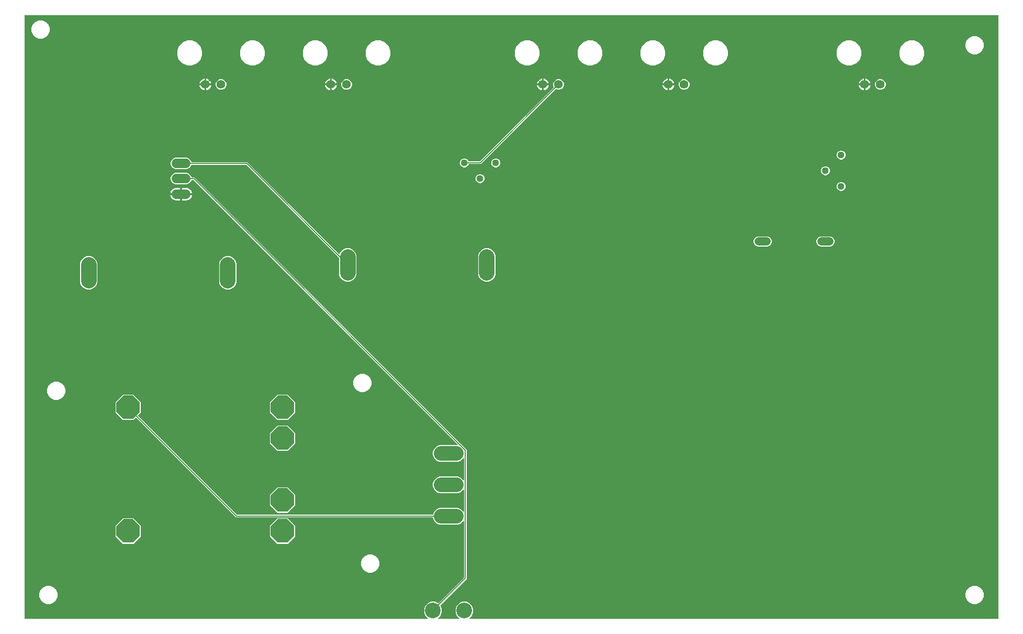
<source format=gbr>
G04 EAGLE Gerber RS-274X export*
G75*
%MOMM*%
%FSLAX34Y34*%
%LPD*%
%INBottom Copper*%
%IPPOS*%
%AMOC8*
5,1,8,0,0,1.08239X$1,22.5*%
G01*
%ADD10C,1.320800*%
%ADD11C,2.540000*%
%ADD12C,1.117600*%
%ADD13C,2.400300*%
%ADD14C,2.540000*%
%ADD15C,1.524000*%
%ADD16P,4.123906X8X22.500000*%
%ADD17C,1.408000*%
%ADD18C,0.152400*%

G36*
X664677Y11950D02*
X664677Y11950D01*
X664749Y11952D01*
X664798Y11970D01*
X664849Y11979D01*
X664913Y12012D01*
X664980Y12037D01*
X665021Y12069D01*
X665067Y12094D01*
X665116Y12146D01*
X665172Y12190D01*
X665200Y12234D01*
X665236Y12272D01*
X665266Y12337D01*
X665305Y12397D01*
X665318Y12448D01*
X665340Y12495D01*
X665348Y12566D01*
X665365Y12636D01*
X665361Y12688D01*
X665367Y12739D01*
X665352Y12810D01*
X665346Y12881D01*
X665326Y12929D01*
X665315Y12980D01*
X665278Y13041D01*
X665250Y13107D01*
X665205Y13163D01*
X665188Y13191D01*
X665171Y13206D01*
X665145Y13238D01*
X661041Y17342D01*
X658875Y22571D01*
X658875Y28229D01*
X661041Y33458D01*
X665042Y37459D01*
X670271Y39625D01*
X675929Y39625D01*
X681231Y37429D01*
X681344Y37402D01*
X681458Y37374D01*
X681464Y37374D01*
X681470Y37373D01*
X681587Y37384D01*
X681703Y37393D01*
X681709Y37395D01*
X681715Y37396D01*
X681822Y37444D01*
X681929Y37489D01*
X681935Y37494D01*
X681940Y37496D01*
X681953Y37509D01*
X682060Y37594D01*
X722914Y78448D01*
X722967Y78522D01*
X723027Y78592D01*
X723039Y78622D01*
X723058Y78648D01*
X723085Y78735D01*
X723119Y78820D01*
X723123Y78861D01*
X723130Y78883D01*
X723129Y78915D01*
X723137Y78987D01*
X723137Y169469D01*
X723126Y169540D01*
X723124Y169611D01*
X723106Y169660D01*
X723098Y169712D01*
X723064Y169775D01*
X723039Y169842D01*
X723007Y169883D01*
X722982Y169929D01*
X722930Y169978D01*
X722886Y170034D01*
X722842Y170063D01*
X722804Y170098D01*
X722739Y170129D01*
X722679Y170167D01*
X722628Y170180D01*
X722581Y170202D01*
X722510Y170210D01*
X722440Y170228D01*
X722388Y170223D01*
X722337Y170229D01*
X722266Y170214D01*
X722195Y170208D01*
X722147Y170188D01*
X722096Y170177D01*
X722035Y170140D01*
X721969Y170112D01*
X721913Y170067D01*
X721885Y170051D01*
X721870Y170033D01*
X721838Y170007D01*
X718164Y166333D01*
X713192Y164274D01*
X683808Y164274D01*
X678836Y166333D01*
X675032Y170138D01*
X672972Y175109D01*
X672972Y175260D01*
X672969Y175280D01*
X672971Y175299D01*
X672949Y175401D01*
X672933Y175503D01*
X672923Y175520D01*
X672919Y175540D01*
X672866Y175629D01*
X672817Y175720D01*
X672803Y175734D01*
X672793Y175751D01*
X672714Y175818D01*
X672639Y175890D01*
X672621Y175898D01*
X672606Y175911D01*
X672510Y175950D01*
X672416Y175993D01*
X672396Y175995D01*
X672378Y176003D01*
X672211Y176021D01*
X354145Y176021D01*
X193048Y337118D01*
X193032Y337130D01*
X193019Y337145D01*
X192932Y337202D01*
X192848Y337262D01*
X192829Y337268D01*
X192812Y337278D01*
X192712Y337304D01*
X192613Y337334D01*
X192593Y337334D01*
X192574Y337338D01*
X192471Y337330D01*
X192367Y337328D01*
X192348Y337321D01*
X192329Y337319D01*
X192234Y337279D01*
X192136Y337243D01*
X192120Y337231D01*
X192102Y337223D01*
X191971Y337118D01*
X188354Y333501D01*
X171310Y333501D01*
X159257Y345554D01*
X159257Y362598D01*
X171310Y374651D01*
X188354Y374651D01*
X200407Y362598D01*
X200407Y345554D01*
X196282Y341429D01*
X196270Y341413D01*
X196255Y341400D01*
X196198Y341313D01*
X196138Y341229D01*
X196132Y341210D01*
X196122Y341193D01*
X196096Y341093D01*
X196066Y340994D01*
X196066Y340974D01*
X196062Y340955D01*
X196070Y340852D01*
X196072Y340748D01*
X196079Y340729D01*
X196081Y340709D01*
X196121Y340615D01*
X196157Y340517D01*
X196169Y340501D01*
X196177Y340483D01*
X196282Y340352D01*
X355816Y180818D01*
X355890Y180765D01*
X355960Y180705D01*
X355990Y180693D01*
X356016Y180674D01*
X356103Y180647D01*
X356188Y180613D01*
X356229Y180609D01*
X356251Y180602D01*
X356283Y180603D01*
X356355Y180595D01*
X672507Y180595D01*
X672622Y180614D01*
X672738Y180631D01*
X672743Y180633D01*
X672750Y180634D01*
X672852Y180689D01*
X672957Y180742D01*
X672961Y180747D01*
X672967Y180750D01*
X673047Y180834D01*
X673129Y180918D01*
X673133Y180924D01*
X673136Y180928D01*
X673144Y180945D01*
X673210Y181065D01*
X675032Y185462D01*
X678836Y189267D01*
X683808Y191326D01*
X713192Y191326D01*
X718164Y189267D01*
X721838Y185593D01*
X721896Y185551D01*
X721948Y185502D01*
X721995Y185480D01*
X722037Y185449D01*
X722106Y185428D01*
X722171Y185398D01*
X722223Y185392D01*
X722273Y185377D01*
X722344Y185379D01*
X722415Y185371D01*
X722466Y185382D01*
X722518Y185383D01*
X722586Y185408D01*
X722656Y185423D01*
X722701Y185450D01*
X722749Y185468D01*
X722805Y185513D01*
X722867Y185549D01*
X722901Y185589D01*
X722941Y185621D01*
X722980Y185682D01*
X723027Y185736D01*
X723046Y185784D01*
X723074Y185828D01*
X723092Y185898D01*
X723119Y185964D01*
X723127Y186036D01*
X723135Y186067D01*
X723133Y186090D01*
X723137Y186131D01*
X723137Y220269D01*
X723126Y220340D01*
X723124Y220411D01*
X723106Y220460D01*
X723098Y220512D01*
X723064Y220575D01*
X723039Y220642D01*
X723007Y220683D01*
X722982Y220729D01*
X722930Y220778D01*
X722886Y220834D01*
X722842Y220863D01*
X722804Y220898D01*
X722739Y220929D01*
X722679Y220967D01*
X722628Y220980D01*
X722581Y221002D01*
X722510Y221010D01*
X722440Y221028D01*
X722388Y221023D01*
X722337Y221029D01*
X722266Y221014D01*
X722195Y221008D01*
X722147Y220988D01*
X722096Y220977D01*
X722035Y220940D01*
X721969Y220912D01*
X721913Y220867D01*
X721885Y220851D01*
X721870Y220833D01*
X721838Y220807D01*
X718164Y217133D01*
X713192Y215074D01*
X683808Y215074D01*
X678836Y217133D01*
X675032Y220938D01*
X672972Y225909D01*
X672972Y231291D01*
X675032Y236262D01*
X678836Y240067D01*
X683808Y242126D01*
X713192Y242126D01*
X718164Y240067D01*
X721838Y236393D01*
X721896Y236351D01*
X721948Y236302D01*
X721995Y236280D01*
X722037Y236249D01*
X722106Y236228D01*
X722171Y236198D01*
X722223Y236192D01*
X722273Y236177D01*
X722344Y236179D01*
X722415Y236171D01*
X722466Y236182D01*
X722518Y236183D01*
X722586Y236208D01*
X722656Y236223D01*
X722701Y236250D01*
X722749Y236268D01*
X722805Y236313D01*
X722867Y236349D01*
X722901Y236389D01*
X722941Y236421D01*
X722980Y236482D01*
X723027Y236536D01*
X723046Y236584D01*
X723074Y236628D01*
X723092Y236698D01*
X723119Y236764D01*
X723127Y236836D01*
X723135Y236867D01*
X723133Y236890D01*
X723137Y236931D01*
X723137Y271069D01*
X723126Y271140D01*
X723124Y271211D01*
X723106Y271260D01*
X723098Y271312D01*
X723064Y271375D01*
X723039Y271442D01*
X723007Y271483D01*
X722982Y271529D01*
X722930Y271578D01*
X722886Y271634D01*
X722842Y271663D01*
X722804Y271698D01*
X722739Y271729D01*
X722679Y271767D01*
X722628Y271780D01*
X722581Y271802D01*
X722510Y271810D01*
X722440Y271828D01*
X722388Y271823D01*
X722337Y271829D01*
X722266Y271814D01*
X722195Y271808D01*
X722147Y271788D01*
X722096Y271777D01*
X722035Y271740D01*
X721969Y271712D01*
X721913Y271667D01*
X721885Y271651D01*
X721870Y271633D01*
X721838Y271607D01*
X718164Y267933D01*
X713192Y265874D01*
X683808Y265874D01*
X678836Y267933D01*
X675032Y271738D01*
X672972Y276709D01*
X672972Y282091D01*
X675032Y287062D01*
X678836Y290867D01*
X683808Y292926D01*
X712414Y292926D01*
X712485Y292938D01*
X712556Y292940D01*
X712605Y292958D01*
X712657Y292966D01*
X712720Y293000D01*
X712787Y293024D01*
X712828Y293057D01*
X712874Y293081D01*
X712924Y293133D01*
X712980Y293178D01*
X713008Y293222D01*
X713044Y293259D01*
X713074Y293324D01*
X713113Y293385D01*
X713125Y293435D01*
X713147Y293482D01*
X713155Y293554D01*
X713173Y293623D01*
X713169Y293675D01*
X713174Y293727D01*
X713159Y293797D01*
X713153Y293868D01*
X713133Y293916D01*
X713122Y293967D01*
X713085Y294029D01*
X713057Y294095D01*
X713012Y294151D01*
X712996Y294178D01*
X712978Y294194D01*
X712952Y294226D01*
X285788Y721390D01*
X285714Y721443D01*
X285644Y721503D01*
X285614Y721515D01*
X285588Y721534D01*
X285501Y721561D01*
X285416Y721595D01*
X285375Y721599D01*
X285353Y721606D01*
X285321Y721605D01*
X285249Y721613D01*
X282780Y721613D01*
X282665Y721594D01*
X282549Y721577D01*
X282543Y721575D01*
X282537Y721574D01*
X282434Y721519D01*
X282329Y721466D01*
X282325Y721461D01*
X282320Y721458D01*
X282240Y721374D01*
X282157Y721290D01*
X282154Y721284D01*
X282150Y721280D01*
X282142Y721263D01*
X282076Y721143D01*
X281073Y718720D01*
X278500Y716147D01*
X275139Y714755D01*
X256261Y714755D01*
X252900Y716147D01*
X250327Y718720D01*
X248935Y722081D01*
X248935Y725719D01*
X250327Y729080D01*
X252900Y731653D01*
X256261Y733045D01*
X275139Y733045D01*
X278500Y731653D01*
X281073Y729080D01*
X282076Y726657D01*
X282138Y726557D01*
X282198Y726457D01*
X282203Y726453D01*
X282206Y726448D01*
X282296Y726373D01*
X282385Y726297D01*
X282391Y726295D01*
X282395Y726291D01*
X282504Y726249D01*
X282613Y726205D01*
X282620Y726204D01*
X282625Y726203D01*
X282643Y726202D01*
X282780Y726187D01*
X287459Y726187D01*
X727711Y285935D01*
X727711Y76777D01*
X685294Y34360D01*
X685226Y34266D01*
X685156Y34171D01*
X685154Y34165D01*
X685150Y34160D01*
X685116Y34050D01*
X685080Y33938D01*
X685080Y33931D01*
X685078Y33925D01*
X685081Y33809D01*
X685082Y33692D01*
X685084Y33684D01*
X685084Y33679D01*
X685091Y33662D01*
X685129Y33531D01*
X687325Y28229D01*
X687325Y22571D01*
X685159Y17342D01*
X681055Y13238D01*
X681013Y13180D01*
X680964Y13128D01*
X680942Y13081D01*
X680912Y13039D01*
X680890Y12970D01*
X680860Y12905D01*
X680855Y12853D01*
X680839Y12803D01*
X680841Y12732D01*
X680833Y12661D01*
X680844Y12610D01*
X680846Y12558D01*
X680870Y12490D01*
X680885Y12420D01*
X680912Y12376D01*
X680930Y12327D01*
X680975Y12271D01*
X681012Y12209D01*
X681051Y12175D01*
X681084Y12135D01*
X681144Y12096D01*
X681199Y12049D01*
X681247Y12030D01*
X681291Y12002D01*
X681360Y11984D01*
X681427Y11957D01*
X681498Y11949D01*
X681529Y11941D01*
X681552Y11943D01*
X681593Y11939D01*
X715407Y11939D01*
X715477Y11950D01*
X715549Y11952D01*
X715598Y11970D01*
X715649Y11979D01*
X715713Y12012D01*
X715780Y12037D01*
X715821Y12069D01*
X715867Y12094D01*
X715916Y12146D01*
X715972Y12190D01*
X716000Y12234D01*
X716036Y12272D01*
X716066Y12337D01*
X716105Y12397D01*
X716118Y12448D01*
X716140Y12495D01*
X716148Y12566D01*
X716165Y12636D01*
X716161Y12688D01*
X716167Y12739D01*
X716152Y12810D01*
X716146Y12881D01*
X716126Y12929D01*
X716115Y12980D01*
X716078Y13041D01*
X716050Y13107D01*
X716005Y13163D01*
X715988Y13191D01*
X715971Y13206D01*
X715945Y13238D01*
X711841Y17342D01*
X709675Y22571D01*
X709675Y28229D01*
X711841Y33458D01*
X715842Y37459D01*
X721071Y39625D01*
X726729Y39625D01*
X731958Y37459D01*
X735959Y33458D01*
X738125Y28229D01*
X738125Y22571D01*
X735959Y17342D01*
X731855Y13238D01*
X731813Y13180D01*
X731764Y13128D01*
X731742Y13081D01*
X731712Y13039D01*
X731690Y12970D01*
X731660Y12905D01*
X731655Y12853D01*
X731639Y12803D01*
X731641Y12732D01*
X731633Y12661D01*
X731644Y12610D01*
X731646Y12558D01*
X731670Y12490D01*
X731685Y12420D01*
X731712Y12376D01*
X731730Y12327D01*
X731775Y12271D01*
X731812Y12209D01*
X731851Y12175D01*
X731884Y12135D01*
X731944Y12096D01*
X731999Y12049D01*
X732047Y12030D01*
X732091Y12002D01*
X732160Y11984D01*
X732227Y11957D01*
X732298Y11949D01*
X732329Y11941D01*
X732352Y11943D01*
X732393Y11939D01*
X1587500Y11939D01*
X1587520Y11942D01*
X1587539Y11940D01*
X1587641Y11962D01*
X1587743Y11979D01*
X1587760Y11988D01*
X1587780Y11992D01*
X1587869Y12045D01*
X1587960Y12094D01*
X1587974Y12108D01*
X1587991Y12118D01*
X1588058Y12197D01*
X1588130Y12272D01*
X1588138Y12290D01*
X1588151Y12305D01*
X1588190Y12401D01*
X1588233Y12495D01*
X1588235Y12515D01*
X1588243Y12533D01*
X1588261Y12700D01*
X1588261Y987808D01*
X1588258Y987828D01*
X1588260Y987847D01*
X1588238Y987949D01*
X1588221Y988051D01*
X1588212Y988068D01*
X1588208Y988088D01*
X1588155Y988177D01*
X1588106Y988268D01*
X1588092Y988282D01*
X1588082Y988299D01*
X1588003Y988366D01*
X1587928Y988438D01*
X1587910Y988446D01*
X1587895Y988459D01*
X1587799Y988498D01*
X1587705Y988541D01*
X1587685Y988543D01*
X1587667Y988551D01*
X1587500Y988569D01*
X12700Y988569D01*
X12680Y988566D01*
X12661Y988568D01*
X12559Y988546D01*
X12457Y988530D01*
X12440Y988520D01*
X12420Y988516D01*
X12331Y988463D01*
X12240Y988414D01*
X12226Y988400D01*
X12209Y988390D01*
X12142Y988311D01*
X12070Y988236D01*
X12062Y988218D01*
X12049Y988203D01*
X12010Y988107D01*
X11967Y988013D01*
X11965Y987993D01*
X11957Y987975D01*
X11939Y987808D01*
X11939Y12700D01*
X11942Y12680D01*
X11940Y12661D01*
X11962Y12559D01*
X11979Y12457D01*
X11988Y12440D01*
X11992Y12420D01*
X12045Y12331D01*
X12094Y12240D01*
X12108Y12226D01*
X12118Y12209D01*
X12197Y12142D01*
X12272Y12071D01*
X12290Y12062D01*
X12305Y12049D01*
X12401Y12010D01*
X12495Y11967D01*
X12515Y11965D01*
X12533Y11957D01*
X12700Y11939D01*
X664607Y11939D01*
X664677Y11950D01*
G37*
%LPC*%
G36*
X532349Y557275D02*
X532349Y557275D01*
X527120Y559441D01*
X523119Y563442D01*
X520953Y568671D01*
X520953Y595637D01*
X520939Y595728D01*
X520931Y595818D01*
X520919Y595848D01*
X520914Y595880D01*
X520871Y595961D01*
X520835Y596045D01*
X520809Y596077D01*
X520798Y596098D01*
X520775Y596120D01*
X520730Y596176D01*
X371132Y745774D01*
X371058Y745827D01*
X370988Y745887D01*
X370958Y745899D01*
X370932Y745918D01*
X370845Y745945D01*
X370760Y745979D01*
X370719Y745983D01*
X370697Y745990D01*
X370665Y745989D01*
X370593Y745997D01*
X282524Y745997D01*
X282410Y745978D01*
X282294Y745961D01*
X282288Y745959D01*
X282282Y745958D01*
X282179Y745903D01*
X282074Y745850D01*
X282070Y745845D01*
X282064Y745842D01*
X281985Y745758D01*
X281902Y745674D01*
X281898Y745668D01*
X281895Y745664D01*
X281887Y745647D01*
X281821Y745527D01*
X281073Y743720D01*
X278500Y741147D01*
X275139Y739755D01*
X256261Y739755D01*
X252900Y741147D01*
X250327Y743720D01*
X248935Y747081D01*
X248935Y750719D01*
X250327Y754080D01*
X252900Y756653D01*
X256261Y758045D01*
X275139Y758045D01*
X278500Y756653D01*
X281073Y754080D01*
X282331Y751041D01*
X282393Y750941D01*
X282453Y750841D01*
X282458Y750837D01*
X282461Y750832D01*
X282551Y750757D01*
X282640Y750681D01*
X282646Y750679D01*
X282651Y750675D01*
X282759Y750633D01*
X282868Y750589D01*
X282876Y750588D01*
X282880Y750587D01*
X282898Y750586D01*
X283035Y750571D01*
X372803Y750571D01*
X520936Y602438D01*
X520973Y602411D01*
X521004Y602377D01*
X521073Y602340D01*
X521136Y602294D01*
X521179Y602281D01*
X521220Y602259D01*
X521296Y602245D01*
X521371Y602222D01*
X521417Y602223D01*
X521462Y602215D01*
X521539Y602226D01*
X521617Y602228D01*
X521660Y602244D01*
X521705Y602251D01*
X521774Y602286D01*
X521848Y602313D01*
X521883Y602342D01*
X521924Y602362D01*
X521979Y602418D01*
X522040Y602467D01*
X522064Y602505D01*
X522097Y602538D01*
X522163Y602658D01*
X522173Y602674D01*
X522174Y602678D01*
X522177Y602685D01*
X523119Y604958D01*
X527120Y608959D01*
X532349Y611125D01*
X538007Y611125D01*
X543236Y608959D01*
X547237Y604958D01*
X549403Y599729D01*
X549403Y568671D01*
X547237Y563442D01*
X543236Y559441D01*
X538007Y557275D01*
X532349Y557275D01*
G37*
%LPD*%
%LPC*%
G36*
X421246Y333501D02*
X421246Y333501D01*
X409193Y345554D01*
X409193Y362598D01*
X421246Y374651D01*
X438290Y374651D01*
X450343Y362598D01*
X450343Y345554D01*
X438290Y333501D01*
X421246Y333501D01*
G37*
%LPD*%
%LPC*%
G36*
X421246Y283463D02*
X421246Y283463D01*
X409193Y295516D01*
X409193Y312560D01*
X421246Y324613D01*
X438290Y324613D01*
X450343Y312560D01*
X450343Y295516D01*
X438290Y283463D01*
X421246Y283463D01*
G37*
%LPD*%
%LPC*%
G36*
X421246Y183387D02*
X421246Y183387D01*
X409193Y195440D01*
X409193Y212484D01*
X421246Y224537D01*
X438290Y224537D01*
X450343Y212484D01*
X450343Y195440D01*
X438290Y183387D01*
X421246Y183387D01*
G37*
%LPD*%
%LPC*%
G36*
X421246Y133349D02*
X421246Y133349D01*
X409193Y145402D01*
X409193Y162446D01*
X421246Y174499D01*
X438290Y174499D01*
X450343Y162446D01*
X450343Y145402D01*
X438290Y133349D01*
X421246Y133349D01*
G37*
%LPD*%
%LPC*%
G36*
X171310Y133349D02*
X171310Y133349D01*
X159257Y145402D01*
X159257Y162446D01*
X171310Y174499D01*
X188354Y174499D01*
X200407Y162446D01*
X200407Y145402D01*
X188354Y133349D01*
X171310Y133349D01*
G37*
%LPD*%
%LPC*%
G36*
X113249Y544575D02*
X113249Y544575D01*
X108020Y546741D01*
X104019Y550742D01*
X101853Y555971D01*
X101853Y587029D01*
X104019Y592258D01*
X108020Y596259D01*
X113249Y598425D01*
X118907Y598425D01*
X124136Y596259D01*
X128137Y592258D01*
X130303Y587029D01*
X130303Y555971D01*
X128137Y550742D01*
X124136Y546741D01*
X118907Y544575D01*
X113249Y544575D01*
G37*
%LPD*%
%LPC*%
G36*
X338293Y544575D02*
X338293Y544575D01*
X333064Y546741D01*
X329063Y550742D01*
X326897Y555971D01*
X326897Y587029D01*
X329063Y592258D01*
X333064Y596259D01*
X338293Y598425D01*
X343951Y598425D01*
X349180Y596259D01*
X353181Y592258D01*
X355347Y587029D01*
X355347Y555971D01*
X353181Y550742D01*
X349180Y546741D01*
X343951Y544575D01*
X338293Y544575D01*
G37*
%LPD*%
%LPC*%
G36*
X757393Y557275D02*
X757393Y557275D01*
X752164Y559441D01*
X748163Y563442D01*
X745997Y568671D01*
X745997Y599729D01*
X748163Y604958D01*
X752164Y608959D01*
X757393Y611125D01*
X763051Y611125D01*
X768280Y608959D01*
X772281Y604958D01*
X774447Y599729D01*
X774447Y568671D01*
X772281Y563442D01*
X768280Y559441D01*
X763051Y557275D01*
X757393Y557275D01*
G37*
%LPD*%
%LPC*%
G36*
X275390Y906939D02*
X275390Y906939D01*
X267980Y910009D01*
X262309Y915680D01*
X259239Y923090D01*
X259239Y931110D01*
X262309Y938520D01*
X267980Y944191D01*
X275390Y947261D01*
X283410Y947261D01*
X290820Y944191D01*
X296491Y938520D01*
X299561Y931110D01*
X299561Y923090D01*
X296491Y915680D01*
X290820Y910009D01*
X283410Y906939D01*
X275390Y906939D01*
G37*
%LPD*%
%LPC*%
G36*
X478590Y906939D02*
X478590Y906939D01*
X471180Y910009D01*
X465509Y915680D01*
X462439Y923090D01*
X462439Y931110D01*
X465509Y938520D01*
X471180Y944191D01*
X478590Y947261D01*
X486610Y947261D01*
X494020Y944191D01*
X499691Y938520D01*
X502761Y931110D01*
X502761Y923090D01*
X499691Y915680D01*
X494020Y910009D01*
X486610Y906939D01*
X478590Y906939D01*
G37*
%LPD*%
%LPC*%
G36*
X580190Y906939D02*
X580190Y906939D01*
X572780Y910009D01*
X567109Y915680D01*
X564039Y923090D01*
X564039Y931110D01*
X567109Y938520D01*
X572780Y944191D01*
X580190Y947261D01*
X588210Y947261D01*
X595620Y944191D01*
X601291Y938520D01*
X604361Y931110D01*
X604361Y923090D01*
X601291Y915680D01*
X595620Y910009D01*
X588210Y906939D01*
X580190Y906939D01*
G37*
%LPD*%
%LPC*%
G36*
X821490Y906939D02*
X821490Y906939D01*
X814080Y910009D01*
X808409Y915680D01*
X805339Y923090D01*
X805339Y931110D01*
X808409Y938520D01*
X814080Y944191D01*
X821490Y947261D01*
X829510Y947261D01*
X836920Y944191D01*
X842591Y938520D01*
X845661Y931110D01*
X845661Y923090D01*
X842591Y915680D01*
X836920Y910009D01*
X829510Y906939D01*
X821490Y906939D01*
G37*
%LPD*%
%LPC*%
G36*
X923090Y906939D02*
X923090Y906939D01*
X915680Y910009D01*
X910009Y915680D01*
X906939Y923090D01*
X906939Y931110D01*
X910009Y938520D01*
X915680Y944191D01*
X923090Y947261D01*
X931110Y947261D01*
X938520Y944191D01*
X944191Y938520D01*
X947261Y931110D01*
X947261Y923090D01*
X944191Y915680D01*
X938520Y910009D01*
X931110Y906939D01*
X923090Y906939D01*
G37*
%LPD*%
%LPC*%
G36*
X1024690Y906939D02*
X1024690Y906939D01*
X1017280Y910009D01*
X1011609Y915680D01*
X1008539Y923090D01*
X1008539Y931110D01*
X1011609Y938520D01*
X1017280Y944191D01*
X1024690Y947261D01*
X1032710Y947261D01*
X1040120Y944191D01*
X1045791Y938520D01*
X1048861Y931110D01*
X1048861Y923090D01*
X1045791Y915680D01*
X1040120Y910009D01*
X1032710Y906939D01*
X1024690Y906939D01*
G37*
%LPD*%
%LPC*%
G36*
X1126290Y906939D02*
X1126290Y906939D01*
X1118880Y910009D01*
X1113209Y915680D01*
X1110139Y923090D01*
X1110139Y931110D01*
X1113209Y938520D01*
X1118880Y944191D01*
X1126290Y947261D01*
X1134310Y947261D01*
X1141720Y944191D01*
X1147391Y938520D01*
X1150461Y931110D01*
X1150461Y923090D01*
X1147391Y915680D01*
X1141720Y910009D01*
X1134310Y906939D01*
X1126290Y906939D01*
G37*
%LPD*%
%LPC*%
G36*
X1342190Y906939D02*
X1342190Y906939D01*
X1334780Y910009D01*
X1329109Y915680D01*
X1326039Y923090D01*
X1326039Y931110D01*
X1329109Y938520D01*
X1334780Y944191D01*
X1342190Y947261D01*
X1350210Y947261D01*
X1357620Y944191D01*
X1363291Y938520D01*
X1366361Y931110D01*
X1366361Y923090D01*
X1363291Y915680D01*
X1357620Y910009D01*
X1350210Y906939D01*
X1342190Y906939D01*
G37*
%LPD*%
%LPC*%
G36*
X1443790Y906939D02*
X1443790Y906939D01*
X1436380Y910009D01*
X1430709Y915680D01*
X1427639Y923090D01*
X1427639Y931110D01*
X1430709Y938520D01*
X1436380Y944191D01*
X1443790Y947261D01*
X1451810Y947261D01*
X1459220Y944191D01*
X1464891Y938520D01*
X1467961Y931110D01*
X1467961Y923090D01*
X1464891Y915680D01*
X1459220Y910009D01*
X1451810Y906939D01*
X1443790Y906939D01*
G37*
%LPD*%
%LPC*%
G36*
X376990Y906939D02*
X376990Y906939D01*
X369580Y910009D01*
X363909Y915680D01*
X360839Y923090D01*
X360839Y931110D01*
X363909Y938520D01*
X369580Y944191D01*
X376990Y947261D01*
X385010Y947261D01*
X392420Y944191D01*
X398091Y938520D01*
X401161Y931110D01*
X401161Y923090D01*
X398091Y915680D01*
X392420Y910009D01*
X385010Y906939D01*
X376990Y906939D01*
G37*
%LPD*%
%LPC*%
G36*
X722485Y742187D02*
X722485Y742187D01*
X719871Y743270D01*
X717870Y745271D01*
X716787Y747885D01*
X716787Y750715D01*
X717870Y753329D01*
X719871Y755330D01*
X722485Y756413D01*
X725315Y756413D01*
X727929Y755330D01*
X729930Y753329D01*
X730246Y752565D01*
X730308Y752465D01*
X730368Y752365D01*
X730373Y752361D01*
X730376Y752356D01*
X730466Y752281D01*
X730555Y752205D01*
X730561Y752203D01*
X730566Y752199D01*
X730674Y752157D01*
X730783Y752113D01*
X730791Y752112D01*
X730795Y752111D01*
X730813Y752110D01*
X730950Y752095D01*
X748545Y752095D01*
X748636Y752109D01*
X748726Y752117D01*
X748756Y752129D01*
X748788Y752134D01*
X748869Y752177D01*
X748953Y752213D01*
X748985Y752239D01*
X749006Y752250D01*
X749028Y752273D01*
X749084Y752318D01*
X868438Y871672D01*
X868506Y871767D01*
X868576Y871861D01*
X868578Y871867D01*
X868582Y871872D01*
X868616Y871983D01*
X868652Y872094D01*
X868652Y872101D01*
X868654Y872107D01*
X868651Y872223D01*
X868650Y872340D01*
X868648Y872348D01*
X868648Y872353D01*
X868641Y872370D01*
X868603Y872501D01*
X867735Y874596D01*
X867735Y878004D01*
X869039Y881152D01*
X871448Y883561D01*
X874596Y884865D01*
X878004Y884865D01*
X881152Y883561D01*
X883561Y881152D01*
X884865Y878004D01*
X884865Y874596D01*
X883561Y871448D01*
X881152Y869039D01*
X878004Y867735D01*
X874596Y867735D01*
X872501Y868603D01*
X872388Y868630D01*
X872274Y868658D01*
X872268Y868658D01*
X872262Y868659D01*
X872145Y868648D01*
X872029Y868639D01*
X872023Y868637D01*
X872017Y868636D01*
X871910Y868588D01*
X871803Y868543D01*
X871797Y868538D01*
X871792Y868536D01*
X871779Y868523D01*
X871672Y868438D01*
X750755Y747521D01*
X731371Y747521D01*
X731256Y747502D01*
X731140Y747485D01*
X731134Y747483D01*
X731128Y747482D01*
X731025Y747427D01*
X730920Y747374D01*
X730916Y747369D01*
X730911Y747366D01*
X730831Y747282D01*
X730748Y747198D01*
X730745Y747192D01*
X730741Y747188D01*
X730733Y747171D01*
X730667Y747051D01*
X729930Y745271D01*
X727929Y743270D01*
X725315Y742187D01*
X722485Y742187D01*
G37*
%LPD*%
%LPC*%
G36*
X35184Y950539D02*
X35184Y950539D01*
X29795Y952771D01*
X25671Y956895D01*
X23439Y962284D01*
X23439Y968116D01*
X25671Y973505D01*
X29795Y977629D01*
X35184Y979861D01*
X41016Y979861D01*
X46405Y977629D01*
X50529Y973505D01*
X52761Y968116D01*
X52761Y962284D01*
X50529Y956895D01*
X46405Y952771D01*
X41016Y950539D01*
X35184Y950539D01*
G37*
%LPD*%
%LPC*%
G36*
X47884Y36139D02*
X47884Y36139D01*
X42495Y38371D01*
X38371Y42495D01*
X36139Y47884D01*
X36139Y53716D01*
X38371Y59105D01*
X42495Y63229D01*
X47884Y65461D01*
X53716Y65461D01*
X59105Y63229D01*
X63229Y59105D01*
X65461Y53716D01*
X65461Y47884D01*
X63229Y42495D01*
X59105Y38371D01*
X53716Y36139D01*
X47884Y36139D01*
G37*
%LPD*%
%LPC*%
G36*
X555884Y379039D02*
X555884Y379039D01*
X550495Y381271D01*
X546371Y385395D01*
X544139Y390784D01*
X544139Y396616D01*
X546371Y402005D01*
X550495Y406129D01*
X555884Y408361D01*
X561716Y408361D01*
X567105Y406129D01*
X571229Y402005D01*
X573461Y396616D01*
X573461Y390784D01*
X571229Y385395D01*
X567105Y381271D01*
X561716Y379039D01*
X555884Y379039D01*
G37*
%LPD*%
%LPC*%
G36*
X60584Y366339D02*
X60584Y366339D01*
X55195Y368571D01*
X51071Y372695D01*
X48839Y378084D01*
X48839Y383916D01*
X51071Y389305D01*
X55195Y393429D01*
X60584Y395661D01*
X66416Y395661D01*
X71805Y393429D01*
X75929Y389305D01*
X78161Y383916D01*
X78161Y378084D01*
X75929Y372695D01*
X71805Y368571D01*
X66416Y366339D01*
X60584Y366339D01*
G37*
%LPD*%
%LPC*%
G36*
X568584Y86939D02*
X568584Y86939D01*
X563195Y89171D01*
X559071Y93295D01*
X556839Y98684D01*
X556839Y104516D01*
X559071Y109905D01*
X563195Y114029D01*
X568584Y116261D01*
X574416Y116261D01*
X579805Y114029D01*
X583929Y109905D01*
X586161Y104516D01*
X586161Y98684D01*
X583929Y93295D01*
X579805Y89171D01*
X574416Y86939D01*
X568584Y86939D01*
G37*
%LPD*%
%LPC*%
G36*
X1546484Y36139D02*
X1546484Y36139D01*
X1541095Y38371D01*
X1536971Y42495D01*
X1534739Y47884D01*
X1534739Y53716D01*
X1536971Y59105D01*
X1541095Y63229D01*
X1546484Y65461D01*
X1552316Y65461D01*
X1557705Y63229D01*
X1561829Y59105D01*
X1564061Y53716D01*
X1564061Y47884D01*
X1561829Y42495D01*
X1557705Y38371D01*
X1552316Y36139D01*
X1546484Y36139D01*
G37*
%LPD*%
%LPC*%
G36*
X1546484Y925139D02*
X1546484Y925139D01*
X1541095Y927371D01*
X1536971Y931495D01*
X1534739Y936884D01*
X1534739Y942716D01*
X1536971Y948105D01*
X1541095Y952229D01*
X1546484Y954461D01*
X1552316Y954461D01*
X1557705Y952229D01*
X1561829Y948105D01*
X1564061Y942716D01*
X1564061Y936884D01*
X1561829Y931495D01*
X1557705Y927371D01*
X1552316Y925139D01*
X1546484Y925139D01*
G37*
%LPD*%
%LPC*%
G36*
X1198279Y614171D02*
X1198279Y614171D01*
X1195291Y615409D01*
X1193005Y617695D01*
X1191767Y620683D01*
X1191767Y623917D01*
X1193005Y626905D01*
X1195291Y629191D01*
X1198279Y630429D01*
X1214721Y630429D01*
X1217709Y629191D01*
X1219995Y626905D01*
X1221233Y623917D01*
X1221233Y620683D01*
X1219995Y617695D01*
X1217709Y615409D01*
X1214721Y614171D01*
X1198279Y614171D01*
G37*
%LPD*%
%LPC*%
G36*
X1299879Y614171D02*
X1299879Y614171D01*
X1296891Y615409D01*
X1294605Y617695D01*
X1293367Y620683D01*
X1293367Y623917D01*
X1294605Y626905D01*
X1296891Y629191D01*
X1299879Y630429D01*
X1316321Y630429D01*
X1319309Y629191D01*
X1321595Y626905D01*
X1322833Y623917D01*
X1322833Y620683D01*
X1321595Y617695D01*
X1319309Y615409D01*
X1316321Y614171D01*
X1299879Y614171D01*
G37*
%LPD*%
%LPC*%
G36*
X1395296Y867735D02*
X1395296Y867735D01*
X1392148Y869039D01*
X1389739Y871448D01*
X1388435Y874596D01*
X1388435Y878004D01*
X1389739Y881152D01*
X1392148Y883561D01*
X1395296Y884865D01*
X1398704Y884865D01*
X1401852Y883561D01*
X1404261Y881152D01*
X1405565Y878004D01*
X1405565Y874596D01*
X1404261Y871448D01*
X1401852Y869039D01*
X1398704Y867735D01*
X1395296Y867735D01*
G37*
%LPD*%
%LPC*%
G36*
X1077796Y867735D02*
X1077796Y867735D01*
X1074648Y869039D01*
X1072239Y871448D01*
X1070935Y874596D01*
X1070935Y878004D01*
X1072239Y881152D01*
X1074648Y883561D01*
X1077796Y884865D01*
X1081204Y884865D01*
X1084352Y883561D01*
X1086761Y881152D01*
X1088065Y878004D01*
X1088065Y874596D01*
X1086761Y871448D01*
X1084352Y869039D01*
X1081204Y867735D01*
X1077796Y867735D01*
G37*
%LPD*%
%LPC*%
G36*
X328496Y867735D02*
X328496Y867735D01*
X325348Y869039D01*
X322939Y871448D01*
X321635Y874596D01*
X321635Y878004D01*
X322939Y881152D01*
X325348Y883561D01*
X328496Y884865D01*
X331904Y884865D01*
X335052Y883561D01*
X337461Y881152D01*
X338765Y878004D01*
X338765Y874596D01*
X337461Y871448D01*
X335052Y869039D01*
X331904Y867735D01*
X328496Y867735D01*
G37*
%LPD*%
%LPC*%
G36*
X531696Y867735D02*
X531696Y867735D01*
X528548Y869039D01*
X526139Y871448D01*
X524835Y874596D01*
X524835Y878004D01*
X526139Y881152D01*
X528548Y883561D01*
X531696Y884865D01*
X535104Y884865D01*
X538252Y883561D01*
X540661Y881152D01*
X541965Y878004D01*
X541965Y874596D01*
X540661Y871448D01*
X538252Y869039D01*
X535104Y867735D01*
X531696Y867735D01*
G37*
%LPD*%
%LPC*%
G36*
X1332085Y704087D02*
X1332085Y704087D01*
X1329471Y705170D01*
X1327470Y707171D01*
X1326387Y709785D01*
X1326387Y712615D01*
X1327470Y715229D01*
X1329471Y717230D01*
X1332085Y718313D01*
X1334915Y718313D01*
X1337529Y717230D01*
X1339530Y715229D01*
X1340613Y712615D01*
X1340613Y709785D01*
X1339530Y707171D01*
X1337529Y705170D01*
X1334915Y704087D01*
X1332085Y704087D01*
G37*
%LPD*%
%LPC*%
G36*
X747885Y716787D02*
X747885Y716787D01*
X745271Y717870D01*
X743270Y719871D01*
X742187Y722485D01*
X742187Y725315D01*
X743270Y727929D01*
X745271Y729930D01*
X747885Y731013D01*
X750715Y731013D01*
X753329Y729930D01*
X755330Y727929D01*
X756413Y725315D01*
X756413Y722485D01*
X755330Y719871D01*
X753329Y717870D01*
X750715Y716787D01*
X747885Y716787D01*
G37*
%LPD*%
%LPC*%
G36*
X1306685Y729487D02*
X1306685Y729487D01*
X1304071Y730570D01*
X1302070Y732571D01*
X1300987Y735185D01*
X1300987Y738015D01*
X1302070Y740629D01*
X1304071Y742630D01*
X1306685Y743713D01*
X1309515Y743713D01*
X1312129Y742630D01*
X1314130Y740629D01*
X1315213Y738015D01*
X1315213Y735185D01*
X1314130Y732571D01*
X1312129Y730570D01*
X1309515Y729487D01*
X1306685Y729487D01*
G37*
%LPD*%
%LPC*%
G36*
X773285Y742187D02*
X773285Y742187D01*
X770671Y743270D01*
X768670Y745271D01*
X767587Y747885D01*
X767587Y750715D01*
X768670Y753329D01*
X770671Y755330D01*
X773285Y756413D01*
X776115Y756413D01*
X778729Y755330D01*
X780730Y753329D01*
X781813Y750715D01*
X781813Y747885D01*
X780730Y745271D01*
X778729Y743270D01*
X776115Y742187D01*
X773285Y742187D01*
G37*
%LPD*%
%LPC*%
G36*
X1332085Y754887D02*
X1332085Y754887D01*
X1329471Y755970D01*
X1327470Y757971D01*
X1326387Y760585D01*
X1326387Y763415D01*
X1327470Y766029D01*
X1329471Y768030D01*
X1332085Y769113D01*
X1334915Y769113D01*
X1337529Y768030D01*
X1339530Y766029D01*
X1340613Y763415D01*
X1340613Y760585D01*
X1339530Y757971D01*
X1337529Y755970D01*
X1334915Y754887D01*
X1332085Y754887D01*
G37*
%LPD*%
%LPC*%
G36*
X267223Y700423D02*
X267223Y700423D01*
X267223Y709061D01*
X274120Y709061D01*
X275699Y708811D01*
X277220Y708316D01*
X278645Y707590D01*
X279939Y706650D01*
X281070Y705519D01*
X282010Y704225D01*
X282736Y702800D01*
X283231Y701279D01*
X283366Y700423D01*
X267223Y700423D01*
G37*
%LPD*%
%LPC*%
G36*
X248034Y700423D02*
X248034Y700423D01*
X248169Y701279D01*
X248664Y702800D01*
X249390Y704225D01*
X250330Y705519D01*
X251461Y706650D01*
X252755Y707590D01*
X254180Y708316D01*
X255701Y708811D01*
X257280Y709061D01*
X264177Y709061D01*
X264177Y700423D01*
X248034Y700423D01*
G37*
%LPD*%
%LPC*%
G36*
X267223Y688739D02*
X267223Y688739D01*
X267223Y697377D01*
X283366Y697377D01*
X283231Y696521D01*
X282736Y695000D01*
X282010Y693575D01*
X281070Y692281D01*
X279939Y691150D01*
X278645Y690210D01*
X277220Y689484D01*
X275699Y688989D01*
X274120Y688739D01*
X267223Y688739D01*
G37*
%LPD*%
%LPC*%
G36*
X257280Y688739D02*
X257280Y688739D01*
X255701Y688989D01*
X254180Y689484D01*
X252755Y690210D01*
X251461Y691150D01*
X250330Y692281D01*
X249390Y693575D01*
X248664Y695000D01*
X248169Y696521D01*
X248034Y697377D01*
X264177Y697377D01*
X264177Y688739D01*
X257280Y688739D01*
G37*
%LPD*%
%LPC*%
G36*
X306323Y877823D02*
X306323Y877823D01*
X306323Y885759D01*
X307043Y885645D01*
X308478Y885179D01*
X309821Y884494D01*
X311042Y883608D01*
X312108Y882542D01*
X312994Y881321D01*
X313679Y879978D01*
X314145Y878543D01*
X314259Y877823D01*
X306323Y877823D01*
G37*
%LPD*%
%LPC*%
G36*
X1373123Y877823D02*
X1373123Y877823D01*
X1373123Y885759D01*
X1373843Y885645D01*
X1375278Y885179D01*
X1376621Y884494D01*
X1377842Y883608D01*
X1378908Y882542D01*
X1379794Y881321D01*
X1380479Y879978D01*
X1380945Y878543D01*
X1381059Y877823D01*
X1373123Y877823D01*
G37*
%LPD*%
%LPC*%
G36*
X1055623Y877823D02*
X1055623Y877823D01*
X1055623Y885759D01*
X1056343Y885645D01*
X1057778Y885179D01*
X1059121Y884494D01*
X1060342Y883608D01*
X1061408Y882542D01*
X1062294Y881321D01*
X1062979Y879978D01*
X1063445Y878543D01*
X1063559Y877823D01*
X1055623Y877823D01*
G37*
%LPD*%
%LPC*%
G36*
X509523Y877823D02*
X509523Y877823D01*
X509523Y885759D01*
X510243Y885645D01*
X511678Y885179D01*
X513021Y884494D01*
X514242Y883608D01*
X515308Y882542D01*
X516194Y881321D01*
X516879Y879978D01*
X517345Y878543D01*
X517459Y877823D01*
X509523Y877823D01*
G37*
%LPD*%
%LPC*%
G36*
X852423Y877823D02*
X852423Y877823D01*
X852423Y885759D01*
X853143Y885645D01*
X854578Y885179D01*
X855921Y884494D01*
X857142Y883608D01*
X858208Y882542D01*
X859094Y881321D01*
X859779Y879978D01*
X860245Y878543D01*
X860359Y877823D01*
X852423Y877823D01*
G37*
%LPD*%
%LPC*%
G36*
X852423Y874777D02*
X852423Y874777D01*
X860359Y874777D01*
X860245Y874057D01*
X859779Y872622D01*
X859094Y871279D01*
X858208Y870058D01*
X857142Y868992D01*
X855921Y868106D01*
X854578Y867421D01*
X853143Y866955D01*
X852423Y866841D01*
X852423Y874777D01*
G37*
%LPD*%
%LPC*%
G36*
X1362141Y877823D02*
X1362141Y877823D01*
X1362255Y878543D01*
X1362721Y879978D01*
X1363406Y881321D01*
X1364292Y882542D01*
X1365358Y883608D01*
X1366579Y884494D01*
X1367922Y885179D01*
X1369357Y885645D01*
X1370077Y885759D01*
X1370077Y877823D01*
X1362141Y877823D01*
G37*
%LPD*%
%LPC*%
G36*
X1044641Y877823D02*
X1044641Y877823D01*
X1044755Y878543D01*
X1045221Y879978D01*
X1045906Y881321D01*
X1046792Y882542D01*
X1047858Y883608D01*
X1049079Y884494D01*
X1050422Y885179D01*
X1051857Y885645D01*
X1052577Y885759D01*
X1052577Y877823D01*
X1044641Y877823D01*
G37*
%LPD*%
%LPC*%
G36*
X841441Y877823D02*
X841441Y877823D01*
X841555Y878543D01*
X842021Y879978D01*
X842706Y881321D01*
X843592Y882542D01*
X844658Y883608D01*
X845879Y884494D01*
X847222Y885179D01*
X848657Y885645D01*
X849377Y885759D01*
X849377Y877823D01*
X841441Y877823D01*
G37*
%LPD*%
%LPC*%
G36*
X498541Y877823D02*
X498541Y877823D01*
X498655Y878543D01*
X499121Y879978D01*
X499806Y881321D01*
X500692Y882542D01*
X501758Y883608D01*
X502979Y884494D01*
X504322Y885179D01*
X505757Y885645D01*
X506477Y885759D01*
X506477Y877823D01*
X498541Y877823D01*
G37*
%LPD*%
%LPC*%
G36*
X295341Y877823D02*
X295341Y877823D01*
X295455Y878543D01*
X295921Y879978D01*
X296606Y881321D01*
X297492Y882542D01*
X298558Y883608D01*
X299779Y884494D01*
X301122Y885179D01*
X302557Y885645D01*
X303277Y885759D01*
X303277Y877823D01*
X295341Y877823D01*
G37*
%LPD*%
%LPC*%
G36*
X509523Y874777D02*
X509523Y874777D01*
X517459Y874777D01*
X517345Y874057D01*
X516879Y872622D01*
X516194Y871279D01*
X515308Y870058D01*
X514242Y868992D01*
X513021Y868106D01*
X511678Y867421D01*
X510243Y866955D01*
X509523Y866841D01*
X509523Y874777D01*
G37*
%LPD*%
%LPC*%
G36*
X1373123Y874777D02*
X1373123Y874777D01*
X1381059Y874777D01*
X1380945Y874057D01*
X1380479Y872622D01*
X1379794Y871279D01*
X1378908Y870058D01*
X1377842Y868992D01*
X1376621Y868106D01*
X1375278Y867421D01*
X1373843Y866955D01*
X1373123Y866841D01*
X1373123Y874777D01*
G37*
%LPD*%
%LPC*%
G36*
X1055623Y874777D02*
X1055623Y874777D01*
X1063559Y874777D01*
X1063445Y874057D01*
X1062979Y872622D01*
X1062294Y871279D01*
X1061408Y870058D01*
X1060342Y868992D01*
X1059121Y868106D01*
X1057778Y867421D01*
X1056343Y866955D01*
X1055623Y866841D01*
X1055623Y874777D01*
G37*
%LPD*%
%LPC*%
G36*
X306323Y874777D02*
X306323Y874777D01*
X314259Y874777D01*
X314145Y874057D01*
X313679Y872622D01*
X312994Y871279D01*
X312108Y870058D01*
X311042Y868992D01*
X309821Y868106D01*
X308478Y867421D01*
X307043Y866955D01*
X306323Y866841D01*
X306323Y874777D01*
G37*
%LPD*%
%LPC*%
G36*
X302557Y866955D02*
X302557Y866955D01*
X301122Y867421D01*
X299779Y868106D01*
X298558Y868992D01*
X297492Y870058D01*
X296606Y871279D01*
X295921Y872622D01*
X295455Y874057D01*
X295341Y874777D01*
X303277Y874777D01*
X303277Y866841D01*
X302557Y866955D01*
G37*
%LPD*%
%LPC*%
G36*
X1369357Y866955D02*
X1369357Y866955D01*
X1367922Y867421D01*
X1366579Y868106D01*
X1365358Y868992D01*
X1364292Y870058D01*
X1363406Y871279D01*
X1362721Y872622D01*
X1362255Y874057D01*
X1362141Y874777D01*
X1370077Y874777D01*
X1370077Y866841D01*
X1369357Y866955D01*
G37*
%LPD*%
%LPC*%
G36*
X1051857Y866955D02*
X1051857Y866955D01*
X1050422Y867421D01*
X1049079Y868106D01*
X1047858Y868992D01*
X1046792Y870058D01*
X1045906Y871279D01*
X1045221Y872622D01*
X1044755Y874057D01*
X1044641Y874777D01*
X1052577Y874777D01*
X1052577Y866841D01*
X1051857Y866955D01*
G37*
%LPD*%
%LPC*%
G36*
X505757Y866955D02*
X505757Y866955D01*
X504322Y867421D01*
X502979Y868106D01*
X501758Y868992D01*
X500692Y870058D01*
X499806Y871279D01*
X499121Y872622D01*
X498655Y874057D01*
X498541Y874777D01*
X506477Y874777D01*
X506477Y866841D01*
X505757Y866955D01*
G37*
%LPD*%
%LPC*%
G36*
X848657Y866955D02*
X848657Y866955D01*
X847222Y867421D01*
X845879Y868106D01*
X844658Y868992D01*
X843592Y870058D01*
X842706Y871279D01*
X842021Y872622D01*
X841555Y874057D01*
X841441Y874777D01*
X849377Y874777D01*
X849377Y866841D01*
X848657Y866955D01*
G37*
%LPD*%
%LPC*%
G36*
X1371599Y876299D02*
X1371599Y876299D01*
X1371599Y876301D01*
X1371601Y876301D01*
X1371601Y876299D01*
X1371599Y876299D01*
G37*
%LPD*%
%LPC*%
G36*
X1054099Y876299D02*
X1054099Y876299D01*
X1054099Y876301D01*
X1054101Y876301D01*
X1054101Y876299D01*
X1054099Y876299D01*
G37*
%LPD*%
%LPC*%
G36*
X850899Y876299D02*
X850899Y876299D01*
X850899Y876301D01*
X850901Y876301D01*
X850901Y876299D01*
X850899Y876299D01*
G37*
%LPD*%
%LPC*%
G36*
X507999Y876299D02*
X507999Y876299D01*
X507999Y876301D01*
X508001Y876301D01*
X508001Y876299D01*
X507999Y876299D01*
G37*
%LPD*%
%LPC*%
G36*
X304799Y876299D02*
X304799Y876299D01*
X304799Y876301D01*
X304801Y876301D01*
X304801Y876299D01*
X304799Y876299D01*
G37*
%LPD*%
%LPC*%
G36*
X265699Y698899D02*
X265699Y698899D01*
X265699Y698901D01*
X265701Y698901D01*
X265701Y698899D01*
X265699Y698899D01*
G37*
%LPD*%
D10*
X1314704Y622300D02*
X1301496Y622300D01*
X1213104Y622300D02*
X1199896Y622300D01*
D11*
X535178Y596900D02*
X535178Y571500D01*
X760222Y571500D02*
X760222Y596900D01*
X116078Y584200D02*
X116078Y558800D01*
X341122Y558800D02*
X341122Y584200D01*
D12*
X723900Y749300D03*
X749300Y723900D03*
X774700Y749300D03*
X1333500Y762000D03*
X1308100Y736600D03*
X1333500Y711200D03*
D13*
X710502Y177800D02*
X686499Y177800D01*
X686499Y228600D02*
X710502Y228600D01*
X710502Y279400D02*
X686499Y279400D01*
D14*
X723900Y25400D03*
X673100Y25400D03*
D15*
X273320Y698900D02*
X258080Y698900D01*
X258080Y723900D02*
X273320Y723900D01*
X273320Y748900D02*
X258080Y748900D01*
D16*
X179832Y354076D03*
X179832Y153924D03*
X429768Y153924D03*
X429768Y203962D03*
X429768Y304038D03*
X429768Y354076D03*
D17*
X876300Y876300D03*
X850900Y876300D03*
X533400Y876300D03*
X508000Y876300D03*
X330200Y876300D03*
X304800Y876300D03*
X1397000Y876300D03*
X1371600Y876300D03*
X1079500Y876300D03*
X1054100Y876300D03*
D18*
X508000Y876300D02*
X344424Y876300D01*
X333756Y886968D01*
X315468Y886968D01*
X304800Y876300D01*
X508000Y876300D02*
X519684Y876300D01*
X530352Y886968D01*
X839724Y886968D01*
X850392Y876300D01*
X850900Y876300D01*
X286512Y723900D02*
X265700Y723900D01*
X286512Y723900D02*
X725424Y284988D01*
X725424Y77724D01*
X673100Y25400D01*
X371856Y748284D02*
X266700Y748284D01*
X371856Y748284D02*
X534924Y585216D01*
X266700Y748284D02*
X265700Y748900D01*
X534924Y585216D02*
X535178Y584200D01*
X697992Y178308D02*
X355092Y178308D01*
X179832Y353568D01*
X697992Y178308D02*
X698500Y177800D01*
X179832Y353568D02*
X179832Y354076D01*
X723900Y749808D02*
X749808Y749808D01*
X876300Y876300D01*
X723900Y749808D02*
X723900Y749300D01*
M02*

</source>
